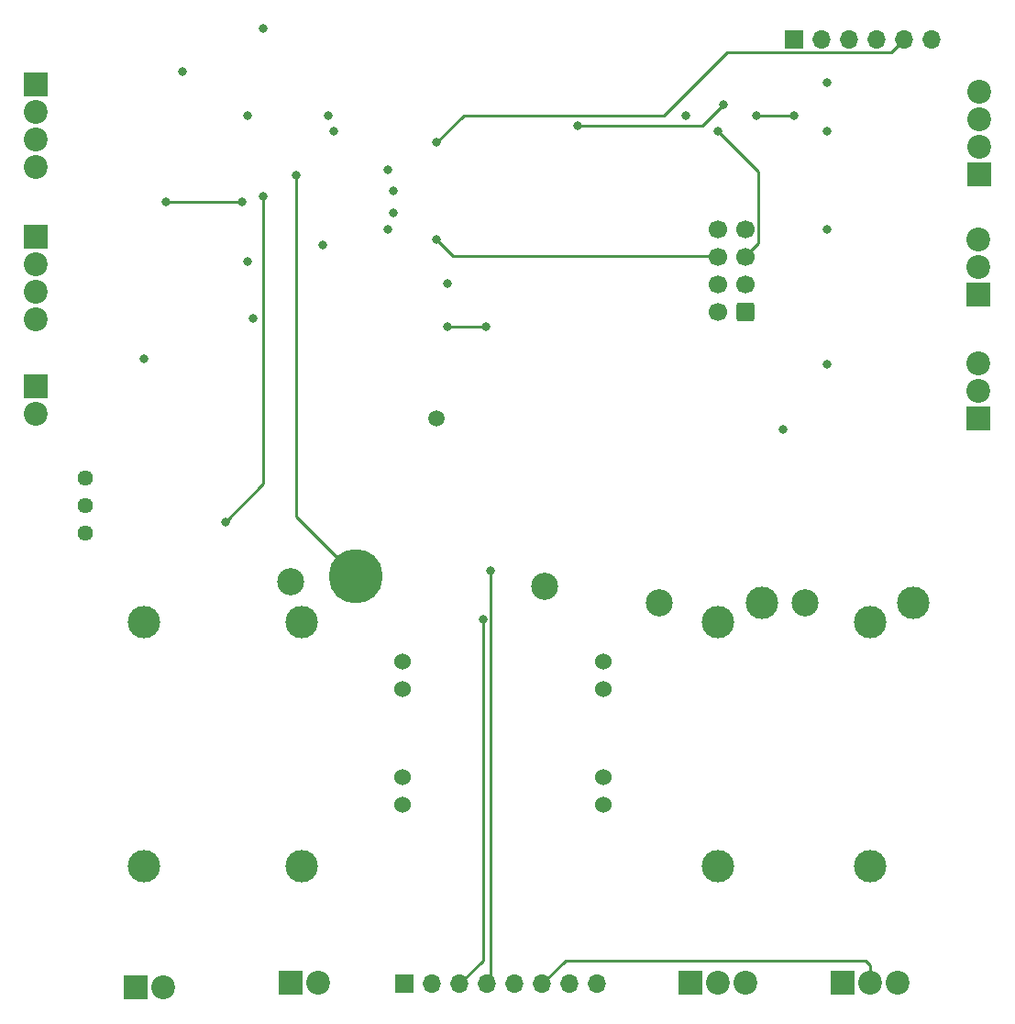
<source format=gbl>
G04 #@! TF.GenerationSoftware,KiCad,Pcbnew,6.0.6-3a73a75311~116~ubuntu22.04.1*
G04 #@! TF.CreationDate,2022-06-30T16:49:10+01:00*
G04 #@! TF.ProjectId,rLab_Door,724c6162-5f44-46f6-9f72-2e6b69636164,rev?*
G04 #@! TF.SameCoordinates,Original*
G04 #@! TF.FileFunction,Copper,L4,Bot*
G04 #@! TF.FilePolarity,Positive*
%FSLAX46Y46*%
G04 Gerber Fmt 4.6, Leading zero omitted, Abs format (unit mm)*
G04 Created by KiCad (PCBNEW 6.0.6-3a73a75311~116~ubuntu22.04.1) date 2022-06-30 16:49:10*
%MOMM*%
%LPD*%
G01*
G04 APERTURE LIST*
G04 Aperture macros list*
%AMRoundRect*
0 Rectangle with rounded corners*
0 $1 Rounding radius*
0 $2 $3 $4 $5 $6 $7 $8 $9 X,Y pos of 4 corners*
0 Add a 4 corners polygon primitive as box body*
4,1,4,$2,$3,$4,$5,$6,$7,$8,$9,$2,$3,0*
0 Add four circle primitives for the rounded corners*
1,1,$1+$1,$2,$3*
1,1,$1+$1,$4,$5*
1,1,$1+$1,$6,$7*
1,1,$1+$1,$8,$9*
0 Add four rect primitives between the rounded corners*
20,1,$1+$1,$2,$3,$4,$5,0*
20,1,$1+$1,$4,$5,$6,$7,0*
20,1,$1+$1,$6,$7,$8,$9,0*
20,1,$1+$1,$8,$9,$2,$3,0*%
G04 Aperture macros list end*
G04 #@! TA.AperFunction,ComponentPad*
%ADD10R,1.700000X1.700000*%
G04 #@! TD*
G04 #@! TA.AperFunction,ComponentPad*
%ADD11O,1.700000X1.700000*%
G04 #@! TD*
G04 #@! TA.AperFunction,ComponentPad*
%ADD12R,2.200000X2.200000*%
G04 #@! TD*
G04 #@! TA.AperFunction,ComponentPad*
%ADD13C,2.200000*%
G04 #@! TD*
G04 #@! TA.AperFunction,ComponentPad*
%ADD14C,3.000000*%
G04 #@! TD*
G04 #@! TA.AperFunction,ComponentPad*
%ADD15C,1.524000*%
G04 #@! TD*
G04 #@! TA.AperFunction,ComponentPad*
%ADD16C,1.440000*%
G04 #@! TD*
G04 #@! TA.AperFunction,ComponentPad*
%ADD17RoundRect,0.250000X0.600000X0.600000X-0.600000X0.600000X-0.600000X-0.600000X0.600000X-0.600000X0*%
G04 #@! TD*
G04 #@! TA.AperFunction,ComponentPad*
%ADD18C,1.700000*%
G04 #@! TD*
G04 #@! TA.AperFunction,ViaPad*
%ADD19C,0.800000*%
G04 #@! TD*
G04 #@! TA.AperFunction,ViaPad*
%ADD20C,3.000000*%
G04 #@! TD*
G04 #@! TA.AperFunction,ViaPad*
%ADD21C,2.500000*%
G04 #@! TD*
G04 #@! TA.AperFunction,ViaPad*
%ADD22C,1.500000*%
G04 #@! TD*
G04 #@! TA.AperFunction,ViaPad*
%ADD23C,5.000000*%
G04 #@! TD*
G04 #@! TA.AperFunction,Conductor*
%ADD24C,0.250000*%
G04 #@! TD*
G04 APERTURE END LIST*
D10*
G04 #@! TO.P,J11,1,Pin_1*
G04 #@! TO.N,+3V3*
X171000000Y-53000000D03*
D11*
G04 #@! TO.P,J11,2,Pin_2*
G04 #@! TO.N,GND*
X173540000Y-53000000D03*
G04 #@! TO.P,J11,3,Pin_3*
G04 #@! TO.N,TXDO_PROG*
X176080000Y-53000000D03*
G04 #@! TO.P,J11,4,Pin_4*
G04 #@! TO.N,RXDI_PROG*
X178620000Y-53000000D03*
G04 #@! TO.P,J11,5,Pin_5*
G04 #@! TO.N,RESET*
X181160000Y-53000000D03*
G04 #@! TO.P,J11,6,Pin_6*
G04 #@! TO.N,BOOT*
X183700000Y-53000000D03*
G04 #@! TD*
D12*
G04 #@! TO.P,J10,1,Pin_1*
G04 #@! TO.N,Net-(F2-Pad2)*
X124500000Y-140000000D03*
D13*
G04 #@! TO.P,J10,2,Pin_2*
G04 #@! TO.N,GND*
X127040000Y-140000000D03*
G04 #@! TD*
D12*
G04 #@! TO.P,J8,1,Pin_1*
G04 #@! TO.N,TAMPER*
X101000000Y-85000000D03*
D13*
G04 #@! TO.P,J8,2,Pin_2*
G04 #@! TO.N,GND*
X101000000Y-87540000D03*
G04 #@! TD*
D12*
G04 #@! TO.P,J5,1,Pin_1*
G04 #@! TO.N,+5V*
X101000000Y-71185000D03*
D13*
G04 #@! TO.P,J5,2,Pin_2*
G04 #@! TO.N,WG_D0_5*
X101000000Y-73725000D03*
G04 #@! TO.P,J5,3,Pin_3*
G04 #@! TO.N,WG_D1_5*
X101000000Y-76265000D03*
G04 #@! TO.P,J5,4,Pin_4*
G04 #@! TO.N,GND*
X101000000Y-78805000D03*
G04 #@! TD*
D12*
G04 #@! TO.P,J1,1,Pin_1*
G04 #@! TO.N,+BATT*
X161460000Y-140000000D03*
D13*
G04 #@! TO.P,J1,2,Pin_2*
G04 #@! TO.N,OPEN_1_12*
X164000000Y-140000000D03*
G04 #@! TO.P,J1,3,Pin_3*
G04 #@! TO.N,GND*
X166540000Y-140000000D03*
G04 #@! TD*
D14*
G04 #@! TO.P,F2,1*
G04 #@! TO.N,Net-(D2-Pad2)*
X125500000Y-106750000D03*
G04 #@! TO.P,F2,2*
G04 #@! TO.N,Net-(F2-Pad2)*
X125500000Y-129250000D03*
G04 #@! TD*
G04 #@! TO.P,F4,1*
G04 #@! TO.N,OPEN_2_12*
X178000000Y-129250000D03*
G04 #@! TO.P,F4,2*
G04 #@! TO.N,Net-(F4-Pad2)*
X178000000Y-106750000D03*
G04 #@! TD*
D12*
G04 #@! TO.P,J7,1,Pin_1*
G04 #@! TO.N,+5V*
X188107476Y-65427740D03*
D13*
G04 #@! TO.P,J7,2,Pin_2*
G04 #@! TO.N,SDA_DISP_5*
X188107476Y-62887740D03*
G04 #@! TO.P,J7,3,Pin_3*
G04 #@! TO.N,SCL_DISP_5*
X188107476Y-60347740D03*
G04 #@! TO.P,J7,4,Pin_4*
G04 #@! TO.N,GND*
X188107476Y-57807740D03*
G04 #@! TD*
D12*
G04 #@! TO.P,J2,1,Pin_1*
G04 #@! TO.N,+BATT*
X175460000Y-140000000D03*
D13*
G04 #@! TO.P,J2,2,Pin_2*
G04 #@! TO.N,OPEN_2_12*
X178000000Y-140000000D03*
G04 #@! TO.P,J2,3,Pin_3*
G04 #@! TO.N,GND*
X180540000Y-140000000D03*
G04 #@! TD*
D15*
G04 #@! TO.P,U1,1,IN+*
G04 #@! TO.N,+BATT*
X134856000Y-112936000D03*
X134856000Y-110396000D03*
G04 #@! TO.P,U1,2,IN-*
G04 #@! TO.N,GND*
X134856000Y-121064000D03*
X134856000Y-123604000D03*
G04 #@! TO.P,U1,3,OUT+*
G04 #@! TO.N,+5V*
X153398000Y-112936000D03*
X153398000Y-110396000D03*
G04 #@! TO.P,U1,4,OUT-*
G04 #@! TO.N,GND*
X153398000Y-123604000D03*
X153398000Y-121064000D03*
G04 #@! TD*
D12*
G04 #@! TO.P,J4,1,Pin_1*
G04 #@! TO.N,+5V*
X188000000Y-88000000D03*
D13*
G04 #@! TO.P,J4,2,Pin_2*
G04 #@! TO.N,NPX_2_5*
X188000000Y-85460000D03*
G04 #@! TO.P,J4,3,Pin_3*
G04 #@! TO.N,GND*
X188000000Y-82920000D03*
G04 #@! TD*
D14*
G04 #@! TO.P,F1,1*
G04 #@! TO.N,Net-(D1-Pad2)*
X111000000Y-106750000D03*
G04 #@! TO.P,F1,2*
G04 #@! TO.N,Net-(F1-Pad2)*
X111000000Y-129250000D03*
G04 #@! TD*
D12*
G04 #@! TO.P,J6,1,Pin_1*
G04 #@! TO.N,+5V*
X101000000Y-57185000D03*
D13*
G04 #@! TO.P,J6,2,Pin_2*
G04 #@! TO.N,TXDO_NFC_5*
X101000000Y-59725000D03*
G04 #@! TO.P,J6,3,Pin_3*
G04 #@! TO.N,RXDI_NFC_5*
X101000000Y-62265000D03*
G04 #@! TO.P,J6,4,Pin_4*
G04 #@! TO.N,GND*
X101000000Y-64805000D03*
G04 #@! TD*
D12*
G04 #@! TO.P,J9,1,Pin_1*
G04 #@! TO.N,Net-(F1-Pad2)*
X110230000Y-140500000D03*
D13*
G04 #@! TO.P,J9,2,Pin_2*
G04 #@! TO.N,GND*
X112770000Y-140500000D03*
G04 #@! TD*
D16*
G04 #@! TO.P,RV1,1,1*
G04 #@! TO.N,Net-(R3-Pad2)*
X105500000Y-98550000D03*
G04 #@! TO.P,RV1,2,2*
X105500000Y-96010000D03*
G04 #@! TO.P,RV1,3,3*
G04 #@! TO.N,GND*
X105500000Y-93470000D03*
G04 #@! TD*
D12*
G04 #@! TO.P,J3,1,Pin_1*
G04 #@! TO.N,+5V*
X188000000Y-76540000D03*
D13*
G04 #@! TO.P,J3,2,Pin_2*
G04 #@! TO.N,NPX_1_5*
X188000000Y-74000000D03*
G04 #@! TO.P,J3,3,Pin_3*
G04 #@! TO.N,GND*
X188000000Y-71460000D03*
G04 #@! TD*
D10*
G04 #@! TO.P,J13,1,Pin_1*
G04 #@! TO.N,V_IN*
X135031669Y-140137882D03*
D11*
G04 #@! TO.P,J13,2,Pin_2*
G04 #@! TO.N,+BATT*
X137571669Y-140137882D03*
G04 #@! TO.P,J13,3,Pin_3*
G04 #@! TO.N,+5V*
X140111669Y-140137882D03*
G04 #@! TO.P,J13,4,Pin_4*
G04 #@! TO.N,+3V3*
X142651669Y-140137882D03*
G04 #@! TO.P,J13,5,Pin_5*
G04 #@! TO.N,OPEN_1_12*
X145191669Y-140137882D03*
G04 #@! TO.P,J13,6,Pin_6*
G04 #@! TO.N,OPEN_2_12*
X147731669Y-140137882D03*
G04 #@! TO.P,J13,7,Pin_7*
G04 #@! TO.N,GND*
X150271669Y-140137882D03*
G04 #@! TO.P,J13,8,Pin_8*
X152811669Y-140137882D03*
G04 #@! TD*
D14*
G04 #@! TO.P,F3,1*
G04 #@! TO.N,OPEN_1_12*
X164000000Y-129250000D03*
G04 #@! TO.P,F3,2*
G04 #@! TO.N,Net-(F3-Pad2)*
X164000000Y-106750000D03*
G04 #@! TD*
D17*
G04 #@! TO.P,J12,1,Pin_1*
G04 #@! TO.N,GND*
X166540000Y-78120000D03*
D18*
G04 #@! TO.P,J12,2,Pin_2*
G04 #@! TO.N,+5V*
X164000000Y-78120000D03*
G04 #@! TO.P,J12,3,Pin_3*
G04 #@! TO.N,PI_POWERED*
X166540000Y-75580000D03*
G04 #@! TO.P,J12,4,Pin_4*
G04 #@! TO.N,PI_HEARTBEAT*
X164000000Y-75580000D03*
G04 #@! TO.P,J12,5,Pin_5*
G04 #@! TO.N,PI_OPEN_CMD_1*
X166540000Y-73040000D03*
G04 #@! TO.P,J12,6,Pin_6*
G04 #@! TO.N,PI_OPEN_CMD_2*
X164000000Y-73040000D03*
G04 #@! TO.P,J12,7,Pin_7*
G04 #@! TO.N,RXDI_PI*
X166540000Y-70500000D03*
G04 #@! TO.P,J12,8,Pin_8*
G04 #@! TO.N,TXDO_PI*
X164000000Y-70500000D03*
G04 #@! TD*
D19*
G04 #@! TO.N,+5V*
X111000000Y-82500000D03*
X113000000Y-68000000D03*
X142275500Y-106512299D03*
X120000000Y-68000000D03*
X114500000Y-56000000D03*
G04 #@! TO.N,GND*
X161000000Y-60000000D03*
X139000000Y-75500000D03*
X134000000Y-69000000D03*
X122000000Y-52000000D03*
D20*
X168000000Y-105000000D03*
D19*
X134000000Y-67000000D03*
X133512299Y-70524020D03*
X128000000Y-60000000D03*
D20*
X182000000Y-105000000D03*
D21*
X124500000Y-103000000D03*
X148000000Y-103500000D03*
D19*
X133500000Y-65000000D03*
G04 #@! TO.N,+3V3*
X174000000Y-83000000D03*
X120500000Y-73500000D03*
X127500000Y-72000000D03*
X174000000Y-70500000D03*
D22*
X138000000Y-88000000D03*
D19*
X174000000Y-57000000D03*
X128500000Y-61500000D03*
X120500000Y-60000000D03*
X170000000Y-89000000D03*
X143000000Y-102000000D03*
X174000000Y-61500000D03*
X121000000Y-78775500D03*
G04 #@! TO.N,RESET*
X138000000Y-62500000D03*
G04 #@! TO.N,V_IN*
X122000000Y-67500000D03*
X118500000Y-97500000D03*
G04 #@! TO.N,+BATT*
X125000000Y-65500000D03*
D23*
X130500000Y-102500000D03*
D21*
X172000000Y-105000000D03*
X158500000Y-105000000D03*
D19*
G04 #@! TO.N,TAMPER*
X139000000Y-79500000D03*
X142500000Y-79500000D03*
G04 #@! TO.N,BOOT*
X151000000Y-61000000D03*
X164500000Y-59000000D03*
G04 #@! TO.N,PI_OPEN_CMD_1*
X164000000Y-61500000D03*
G04 #@! TO.N,PI_OPEN_CMD_2*
X138000000Y-71500000D03*
G04 #@! TO.N,SCL_DISP*
X171000000Y-60000000D03*
X167500000Y-60000000D03*
G04 #@! TD*
D24*
G04 #@! TO.N,+5V*
X120000000Y-68000000D02*
X113000000Y-68000000D01*
X142275500Y-106512299D02*
X142275500Y-137974051D01*
X142275500Y-137974051D02*
X140111669Y-140137882D01*
G04 #@! TO.N,+3V3*
X143000000Y-139789551D02*
X142651669Y-140137882D01*
X143000000Y-102000000D02*
X143000000Y-139789551D01*
G04 #@! TO.N,RESET*
X138000000Y-62500000D02*
X140500000Y-60000000D01*
X140500000Y-60000000D02*
X159000000Y-60000000D01*
X159000000Y-60000000D02*
X164825489Y-54174511D01*
X164825489Y-54174511D02*
X179985489Y-54174511D01*
X179985489Y-54174511D02*
X181160000Y-53000000D01*
G04 #@! TO.N,V_IN*
X122000000Y-94000000D02*
X122000000Y-67500000D01*
X118500000Y-97500000D02*
X122000000Y-94000000D01*
G04 #@! TO.N,+BATT*
X125000000Y-97000000D02*
X130500000Y-102500000D01*
X125000000Y-65500000D02*
X125000000Y-97000000D01*
G04 #@! TO.N,OPEN_2_12*
X147731669Y-140137882D02*
X149869551Y-138000000D01*
X178000000Y-138444366D02*
X178000000Y-140000000D01*
X149869551Y-138000000D02*
X177555634Y-138000000D01*
X177555634Y-138000000D02*
X178000000Y-138444366D01*
G04 #@! TO.N,TAMPER*
X142500000Y-79500000D02*
X139000000Y-79500000D01*
G04 #@! TO.N,BOOT*
X151000000Y-61000000D02*
X162500000Y-61000000D01*
X162500000Y-61000000D02*
X164500000Y-59000000D01*
G04 #@! TO.N,PI_OPEN_CMD_1*
X164000000Y-61500000D02*
X167714511Y-65214511D01*
X167714511Y-65214511D02*
X167714511Y-71825489D01*
X167714511Y-71825489D02*
X166540000Y-73000000D01*
G04 #@! TO.N,PI_OPEN_CMD_2*
X164000000Y-73000000D02*
X139500000Y-73000000D01*
X139500000Y-73000000D02*
X138000000Y-71500000D01*
G04 #@! TO.N,SCL_DISP*
X171000000Y-60000000D02*
X167500000Y-60000000D01*
G04 #@! TD*
M02*

</source>
